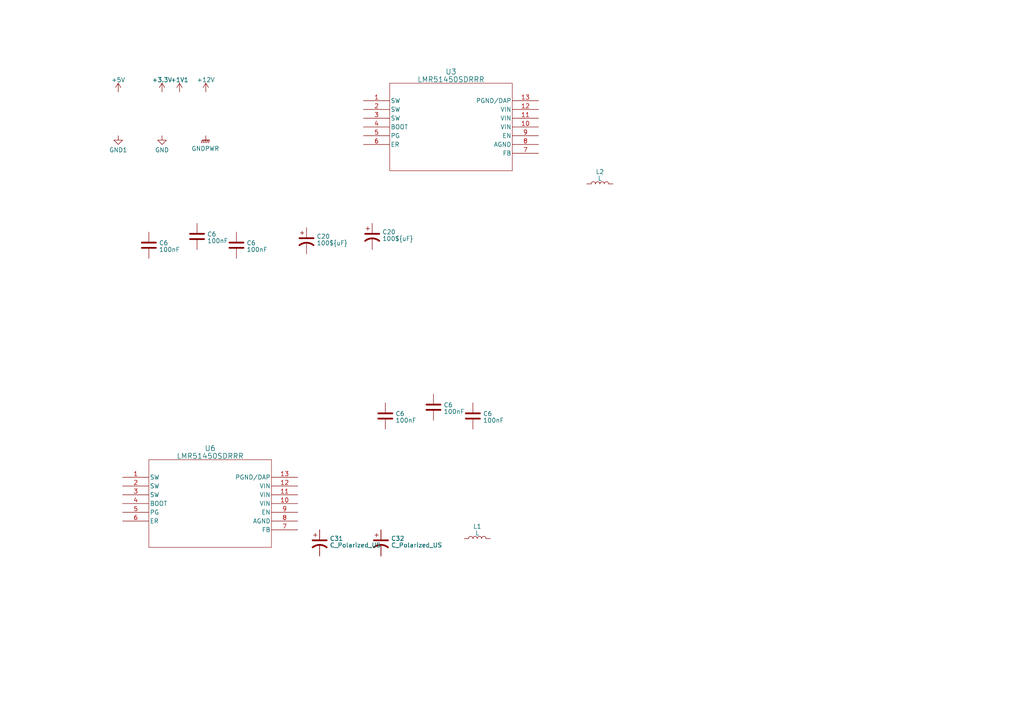
<source format=kicad_sch>
(kicad_sch (version 20230121) (generator eeschema)
  (paper "A4")
  (lib_symbols
    (symbol "0.Project:LMR51450SDRRR" (pin_names (offset 0.254))
      (property "Reference" "U" (at 25.4 10.16 0))
      (property "Value" "LMR51450SDRRR" (at 25.4 7.62 0))
      (symbol "LMR51450SDRRR_0_1"
        (polyline (pts (xy 7.62 -20.32) (xy 43.18 -20.32)) (stroke (width 0.127)))
        (polyline (pts (xy 7.62 5.08) (xy 7.62 -20.32)) (stroke (width 0.127)))
        (polyline (pts (xy 43.18 -20.32) (xy 43.18 5.08)) (stroke (width 0.127)))
        (polyline (pts (xy 43.18 5.08) (xy 7.62 5.08)) (stroke (width 0.127)))
        (pin unspecified line (at 0 0 0) (length 7.62) (name "SW") (number "1"))
        (pin unspecified line (at 50.8 -7.62 180) (length 7.62) (name "VIN") (number "10"))
        (pin unspecified line (at 50.8 -5.08 180) (length 7.62) (name "VIN") (number "11"))
        (pin unspecified line (at 50.8 -2.54 180) (length 7.62) (name "VIN") (number "12"))
        (pin power_out line (at 50.8 0 180) (length 7.62) (name "PGND/DAP") (number "13"))
        (pin unspecified line (at 0 -2.54 0) (length 7.62) (name "SW") (number "2"))
        (pin unspecified line (at 0 -5.08 0) (length 7.62) (name "SW") (number "3"))
        (pin unspecified line (at 0 -7.62 0) (length 7.62) (name "BOOT") (number "4"))
        (pin unspecified line (at 0 -10.16 0) (length 7.62) (name "PG") (number "5"))
        (pin unspecified line (at 0 -12.7 0) (length 7.62) (name "ER") (number "6"))
        (pin unspecified line (at 50.8 -15.24 180) (length 7.62) (name "FB") (number "7"))
        (pin power_out line (at 50.8 -12.7 180) (length 7.62) (name "AGND") (number "8"))
        (pin unspecified line (at 50.8 -10.16 180) (length 7.62) (name "EN") (number "9"))
      )
    )
    (symbol "Device.kicad_sym:C_Polarized_US" (pin_numbers hide) (pin_names (offset 0.254) hide)
      (property "Reference" "C" (at 0.635 2.54 0))
      (property "Value" "C_Polarized_US" (at 0.635 -2.54 0))
      (symbol "C_Polarized_US_0_1"
        (polyline (pts (xy -2.032 0.762) (xy 2.032 0.762)) (stroke (width 0.508)))
        (polyline (pts (xy -1.778 2.286) (xy -0.762 2.286)))
        (polyline (pts (xy -1.27 1.778) (xy -1.27 2.794)))
        (arc (start 2.032 -1.27) (mid 0 -0.5572) (end -2.032 -1.27) (stroke (width 0.508)))
      )
      (symbol "C_Polarized_US_1_1"
        (pin passive line (at 0 3.81 270) (length 2.794) (name "~") (number "1"))
        (pin passive line (at 0 -3.81 90) (length 3.302) (name "~") (number "2"))
      )
    )
    (symbol "Device.kicad_sym:L" (pin_numbers hide) (pin_names (offset 1.016) hide)
      (property "Reference" "L" (at -1.27 0 90))
      (property "Value" "L" (at 1.905 0 90))
      (symbol "L_0_1"
        (arc (start 0 -2.54) (mid 0.6323 -1.905) (end 0 -1.27))
        (arc (start 0 -1.27) (mid 0.6323 -0.635) (end 0 0))
        (arc (start 0 0) (mid 0.6323 0.635) (end 0 1.27))
        (arc (start 0 1.27) (mid 0.6323 1.905) (end 0 2.54))
      )
      (symbol "L_1_1"
        (pin passive line (at 0 3.81 270) (length 1.27) (name "1") (number "1"))
        (pin passive line (at 0 -3.81 90) (length 1.27) (name "2") (number "2"))
      )
    )
    (symbol "Device:C" (pin_numbers hide) (pin_names (offset 0.254))
      (property "Reference" "C" (at 0.635 2.54 0))
      (property "Value" "C" (at 0.635 -2.54 0))
      (symbol "C_0_1"
        (polyline (pts (xy -2.032 -0.762) (xy 2.032 -0.762)) (stroke (width 0.508)))
        (polyline (pts (xy -2.032 0.762) (xy 2.032 0.762)) (stroke (width 0.508)))
      )
      (symbol "C_1_1"
        (pin passive line (at 0 3.81 270) (length 2.794) (name "~") (number "1"))
        (pin passive line (at 0 -3.81 90) (length 2.794) (name "~") (number "2"))
      )
    )
    (symbol "power:+12V" (power) (pin_names (offset 0))
      (property "Value" "+12V" (at 0 3.556 0))
      (symbol "+12V_0_1"
        (polyline (pts (xy -0.762 1.27) (xy 0 2.54)))
        (polyline (pts (xy 0 0) (xy 0 2.54)))
        (polyline (pts (xy 0 2.54) (xy 0.762 1.27)))
      )
      (symbol "+12V_1_1"
        (pin power_in line (at 0 0 90) (length 0) hide (name "+12V") (number "1"))
      )
    )
    (symbol "power:+1V1" (power) (pin_names (offset 0))
      (property "Value" "+1V1" (at 0 3.556 0))
      (symbol "+1V1_0_1"
        (polyline (pts (xy -0.762 1.27) (xy 0 2.54)))
        (polyline (pts (xy 0 0) (xy 0 2.54)))
        (polyline (pts (xy 0 2.54) (xy 0.762 1.27)))
      )
      (symbol "+1V1_1_1"
        (pin power_in line (at 0 0 90) (length 0) hide (name "+1V1") (number "1"))
      )
    )
    (symbol "power:+3.3V" (power) (pin_names (offset 0))
      (property "Value" "+3.3V" (at 0 3.556 0))
      (symbol "+3.3V_0_1"
        (polyline (pts (xy -0.762 1.27) (xy 0 2.54)))
        (polyline (pts (xy 0 0) (xy 0 2.54)))
        (polyline (pts (xy 0 2.54) (xy 0.762 1.27)))
      )
      (symbol "+3.3V_1_1"
        (pin power_in line (at 0 0 90) (length 0) hide (name "+3.3V") (number "1"))
      )
    )
    (symbol "power:+5V" (power) (pin_names (offset 0))
      (property "Value" "+5V" (at 0 3.556 0))
      (symbol "+5V_0_1"
        (polyline (pts (xy -0.762 1.27) (xy 0 2.54)))
        (polyline (pts (xy 0 0) (xy 0 2.54)))
        (polyline (pts (xy 0 2.54) (xy 0.762 1.27)))
      )
      (symbol "+5V_1_1"
        (pin power_in line (at 0 0 90) (length 0) hide (name "+5V") (number "1"))
      )
    )
    (symbol "power:GND" (power) (pin_names (offset 0))
      (property "Value" "GND" (at 0 -3.81 0))
      (symbol "GND_0_1"
        (polyline (pts (xy 0 0) (xy 0 -1.27) (xy 1.27 -1.27) (xy 0 -2.54) (xy -1.27 -1.27) (xy 0 -1.27)))
      )
      (symbol "GND_1_1"
        (pin power_in line (at 0 0 270) (length 0) hide (name "GND") (number "1"))
      )
    )
    (symbol "power:GND1" (power) (pin_names (offset 0))
      (property "Value" "GND1" (at 0 -3.81 0))
      (symbol "GND1_0_1"
        (polyline (pts (xy 0 0) (xy 0 -1.27) (xy 1.27 -1.27) (xy 0 -2.54) (xy -1.27 -1.27) (xy 0 -1.27)))
      )
      (symbol "GND1_1_1"
        (pin power_in line (at 0 0 270) (length 0) hide (name "GND1") (number "1"))
      )
    )
    (symbol "power:GNDPWR" (power) (pin_names (offset 0))
      (property "Value" "GNDPWR" (at 0 -3.302 0))
      (symbol "GNDPWR_0_1"
        (polyline (pts (xy 0 -1.27) (xy 0 0)))
        (polyline (pts (xy -1.016 -1.27) (xy -1.27 -2.032) (xy -1.27 -2.032)) (stroke (width 0.2032)))
        (polyline (pts (xy -0.508 -1.27) (xy -0.762 -2.032) (xy -0.762 -2.032)) (stroke (width 0.2032)))
        (polyline (pts (xy 0 -1.27) (xy -0.254 -2.032) (xy -0.254 -2.032)) (stroke (width 0.2032)))
        (polyline (pts (xy 0.508 -1.27) (xy 0.254 -2.032) (xy 0.254 -2.032)) (stroke (width 0.2032)))
        (polyline (pts (xy 1.016 -1.27) (xy -1.016 -1.27) (xy -1.016 -1.27)) (stroke (width 0.2032)))
        (polyline (pts (xy 1.016 -1.27) (xy 0.762 -2.032) (xy 0.762 -2.032) (xy 0.762 -2.032)) (stroke (width 0.2032)))
      )
      (symbol "GNDPWR_1_1"
        (pin power_in line (at 0 0 270) (length 0) hide (name "GNDPWR") (number "1"))
      )
    )
  )
  (symbol (lib_id "power:GNDPWR") (at 59.69 39.37 0) (unit 1)
    (property "Reference" "#PWR06" (effects hide))
    (property "Value" "GNDPWR" (at 59.563 43.0991 0))
    (instances (project "dlpSAT" (path "" (reference "#PWR06") (unit 1)) (path "" (reference "#PWR07") (unit 1))))
  )
  (symbol (lib_id "power:+1V1") (at 52.07 26.67 0) (unit 1)
    (property "Reference" "#PWR03" (effects hide))
    (property "Value" "+1V1" (at 52.07 23.1681 0))
    (instances (project "dlpSAT" (path "" (reference "#PWR03") (unit 1)) (path "" (reference "#PWR05") (unit 1))))
  )
  (symbol (lib_id "0.Project:LMR51450SDRRR") (at 35.56 138.43 0) (unit 1)
    (property "Reference" "U6" (at 60.96 130.0304 0) (effects (font (size 1.524 1.524))))
    (property "Value" "LMR51450SDRRR" (at 60.96 132.2846 0) (effects (font (size 1.524 1.524))))
    (property "Footprint" "0.Project:LMR51450SDRRR" (effects hide))
    (property "Datasheet" "LMR51450SDRRR" (effects hide))
  )
  (symbol (lib_id "Device.kicad_sym:L") (at 138.43 156.21 90) (unit 1)
    (property "Reference" "L1" (at 138.43 152.6947 90))
    (property "Value" "L" (at 138.43 154.6157 90))
    (property "Footprint" "Inductor_SMD:L_Wuerth_MAPI-2512" (effects hide))
  )
  (symbol (lib_id "Device.kicad_sym:C_Polarized_US") (at 110.49 157.48 0) (unit 1)
    (property "Reference" "C32" (at 113.411 156.2013 0) (effects (justify left)))
    (property "Value" "C_Polarized_US" (at 113.411 158.1223 0) (effects (justify left)))
    (property "Footprint" "Capacitor_Tantalum_SMD:CP_EIA-3216-12_Kemet-S" (effects hide))
  )
  (symbol (lib_id "Device:C") (at 57.15 68.58 0) (unit 1)
    (property "Reference" "C6" (at 60.071 67.9363 0) (effects (justify left)))
    (property "Value" "100nF" (at 60.071 69.8573 0) (effects (justify left)))
    (property "Footprint" "Capacitor_SMD:C_0201_0603Metric" (effects hide))
    (instances (project "dlpSAT" (path "" (reference "C6") (unit 1)) (path "" (reference "C19") (unit 1)) (path "" (reference "C27") (unit 1))))
  )
  (symbol (lib_id "power:+3.3V") (at 46.99 26.67 0) (unit 1)
    (property "Reference" "#PWR02" (effects hide))
    (property "Value" "+3.3V" (at 46.99 23.1681 0))
    (instances (project "dlpSAT" (path "" (reference "#PWR02") (unit 1)) (path "" (reference "#PWR03") (unit 1))))
  )
  (symbol (lib_id "Device.kicad_sym:C_Polarized_US") (at 92.71 157.48 0) (unit 1)
    (property "Reference" "C31" (at 95.631 156.2013 0) (effects (justify left)))
    (property "Value" "C_Polarized_US" (at 95.631 158.1223 0) (effects (justify left)))
    (property "Footprint" "Capacitor_Tantalum_SMD:CP_EIA-3216-12_Kemet-S" (effects hide))
  )
  (symbol (lib_id "power:GND1") (at 34.29 39.37 0) (unit 1)
    (property "Reference" "#PWR07" (effects hide))
    (property "Value" "GND1" (at 34.29 43.5055 0))
    (instances (project "dlpSAT" (path "" (reference "#PWR07") (unit 1)) (path "" (reference "#PWR02") (unit 1))))
  )
  (symbol (lib_id "Device.kicad_sym:C_Polarized_US") (at 107.95 68.58 0) (unit 1)
    (property "Reference" "C20" (at 110.871 67.3013 0) (effects (justify left)))
    (property "Value" "100${uF}" (at 110.871 69.2223 0) (effects (justify left)))
    (property "Footprint" "Capacitor_SMD:C_Elec_4x5.4" (effects hide))
    (instances (project "dlpSAT" (path "" (reference "C20") (unit 1)) (path "" (reference "C30") (unit 1))))
  )
  (symbol (lib_id "Device:C") (at 111.76 120.65 0) (unit 1)
    (property "Reference" "C6" (at 114.681 120.0063 0) (effects (justify left)))
    (property "Value" "100nF" (at 114.681 121.9273 0) (effects (justify left)))
    (property "Footprint" "Capacitor_SMD:C_0201_0603Metric" (effects hide))
    (instances (project "dlpSAT" (path "" (reference "C6") (unit 1)) (path "" (reference "C19") (unit 1)) (path "" (reference "C33") (unit 1))))
  )
  (symbol (lib_id "power:+12V") (at 59.69 26.67 0) (unit 1)
    (property "Reference" "#PWR04" (effects hide))
    (property "Value" "+12V" (at 59.69 23.1681 0))
    (instances (project "dlpSAT" (path "" (reference "#PWR04") (unit 1)) (path "" (reference "#PWR06") (unit 1))))
  )
  (symbol (lib_id "power:GND") (at 46.99 39.37 0) (unit 1)
    (property "Reference" "#PWR05" (effects hide))
    (property "Value" "GND" (at 46.99 43.5055 0))
    (instances (project "dlpSAT" (path "" (reference "#PWR05") (unit 1)) (path "" (reference "#PWR04") (unit 1))))
  )
  (symbol (lib_id "0.Project:LMR51450SDRRR") (at 105.41 29.21 0) (unit 1)
    (property "Reference" "U3" (at 130.81 20.8104 0) (effects (font (size 1.524 1.524))))
    (property "Value" "LMR51450SDRRR" (at 130.81 23.0646 0) (effects (font (size 1.524 1.524))))
    (property "Footprint" "0.Project:LMR51450SDRRR" (effects hide))
    (property "Datasheet" "https://www.ti.com/lit/ds/symlink/lmr51440.pdf" (effects hide))
    (property "Digikey P/N" "296-LMR51450SDRRRTR-ND" (effects hide))
    (property "Digikey URL" "https://www.digikey.com.au/en/products/detail/texas-instruments/LMR51450SDRRR/17394946?s=N4IgTCBcDaIDIFkBKBWAjAFhQBgMoBEkiQBdAXyA" (effects hide))
    (property "Mfr P/N" "LMR51450SDRRR" (effects hide))
  )
  (symbol (lib_id "Device:C") (at 137.16 120.65 0) (unit 1)
    (property "Reference" "C6" (at 140.081 120.0063 0) (effects (justify left)))
    (property "Value" "100nF" (at 140.081 121.9273 0) (effects (justify left)))
    (property "Footprint" "Capacitor_SMD:C_0201_0603Metric" (effects hide))
    (instances (project "dlpSAT" (path "" (reference "C6") (unit 1)) (path "" (reference "C19") (unit 1)) (path "" (reference "C35") (unit 1))))
  )
  (symbol (lib_id "Device:C") (at 68.58 71.12 0) (unit 1)
    (property "Reference" "C6" (at 71.501 70.4763 0) (effects (justify left)))
    (property "Value" "100nF" (at 71.501 72.3973 0) (effects (justify left)))
    (property "Footprint" "Capacitor_SMD:C_0201_0603Metric" (effects hide))
    (instances (project "dlpSAT" (path "" (reference "C6") (unit 1)) (path "" (reference "C19") (unit 1)) (path "" (reference "C28") (unit 1))))
  )
  (symbol (lib_id "Device:C") (at 125.73 118.11 0) (unit 1)
    (property "Reference" "C6" (at 128.651 117.4663 0) (effects (justify left)))
    (property "Value" "100nF" (at 128.651 119.3873 0) (effects (justify left)))
    (property "Footprint" "Capacitor_SMD:C_0201_0603Metric" (effects hide))
    (instances (project "dlpSAT" (path "" (reference "C6") (unit 1)) (path "" (reference "C19") (unit 1)) (path "" (reference "C34") (unit 1))))
  )
  (symbol (lib_id "power:+5V") (at 34.29 26.67 0) (unit 1)
    (property "Reference" "#PWR01" (effects hide))
    (property "Value" "+5V" (at 34.29 23.1681 0))
  )
  (symbol (lib_id "Device:C") (at 43.18 71.12 0) (unit 1)
    (property "Reference" "C6" (at 46.101 70.4763 0) (effects (justify left)))
    (property "Value" "100nF" (at 46.101 72.3973 0) (effects (justify left)))
    (property "Footprint" "Capacitor_SMD:C_0201_0603Metric" (effects hide))
    (instances (project "dlpSAT" (path "" (reference "C6") (unit 1)) (path "" (reference "C19") (unit 1)) (path "" (reference "C26") (unit 1))))
  )
  (symbol (lib_id "Device.kicad_sym:L") (at 173.99 53.34 90) (unit 1)
    (property "Reference" "L2" (at 173.99 49.8247 90))
    (property "Value" "L" (at 173.99 51.7457 90))
    (property "Footprint" "Inductor_SMD:L_TDK_SLF6025" (effects hide))
  )
  (symbol (lib_id "Device.kicad_sym:C_Polarized_US") (at 88.9 69.85 0) (unit 1)
    (property "Reference" "C20" (at 91.821 68.5713 0) (effects (justify left)))
    (property "Value" "100${uF}" (at 91.821 70.4923 0) (effects (justify left)))
    (property "Footprint" "Capacitor_SMD:C_Elec_4x5.4" (effects hide))
    (instances (project "dlpSAT" (path "" (reference "C20") (unit 1)) (path "" (reference "C29") (unit 1))))
  )
)
</source>
